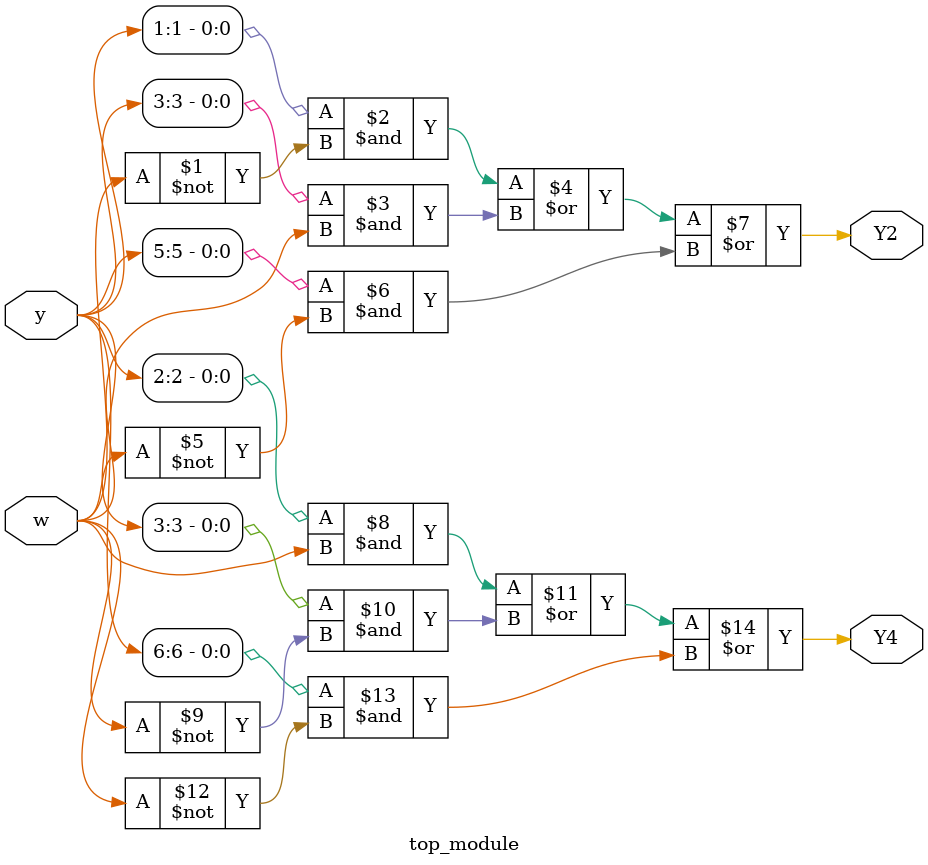
<source format=sv>
module top_module (
    input [6:1] y,
    input w,
    output Y2,
    output Y4
);

// Next-state logic for y[2]
assign Y2 = (y[1] & ~w) | (y[3] & w) | (y[5] & ~w);

// Next-state logic for y[4]
assign Y4 = (y[2] & w) | (y[3] & ~w) | (y[6] & ~w);

endmodule

</source>
